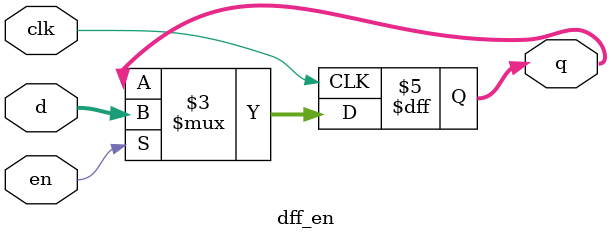
<source format=sv>
module CommMaster(snd_cmd, data, cmd, clk, rst_n, RX, TX, resp, resp_rdy, frm_sent, clr_resp_rdy);
// Inputs / Outputs for CommMaster
input [7:0] cmd;
input snd_cmd, RX, clk, rst_n, clr_resp_rdy;
input [15:0] data;

output logic [7:0] resp;
output logic resp_rdy, TX, frm_sent;

logic [7:0] high_byte, med_byte, low_byte, tx_data;

////////////////////////////////////////////////////////////////////////////////
// Inputs / Outputs for FSM
////////////////////////////////////////////////////////////////////////////////
// Inputs
logic snd_frm, tx_done;
// Outputs
logic [1:0] sel;
logic set_cmplt;
logic clr_cmplt;
logic trmt;
// enumeration for states for state machine
typedef enum reg [1:0] {IDLE, WAITH, WAITM, WAITL} state_fsm;   
// two states of curr_state and next_state
state_fsm curr_state, next_state;		
////////////////////////////////////////////////////////////////////////////////
// LOGIC OUTSIDE OF CONTROL STATE MACHINE / UART TRANCEIVER
////////////////////////////////////////////////////////////////////////////////

// Assign byte values to be used in Mux. 
assign high_byte = cmd[7:0];
dff_en med_dff(clk, snd_cmd, data[15:8], med_byte);
dff_en low_dff(clk, snd_cmd, data[7:0], low_byte);

// Assign byte for output value of Mux
assign tx_data = sel[1] ? high_byte : (sel[0] ? med_byte : low_byte);



		
///////////////////////////////////////////////////////////////////////////
// Instantiate UART Tranceiver
///////////////////////////////////////////////////////////////////////////	
// need clr_resp_rdy -> clr_rx_rdy(clr_rdy)
UART iTCR(.clk(clk),.rst_n(rst_n),.RX(RX),.TX(TX),.rdy(resp_rdy),.clr_rdy(clr_resp_rdy),.rx_data(resp),.trmt(trmt),.tx_data(tx_data),.tx_done(tx_done));


// STATE MACHINE ///////////////////////////////////////////////////////////////
////////////////////////////////////////////////////////////////////////////////

// snd_cmd is signal used for state machine snd_frm
assign snd_frm = snd_cmd;

// FSM FLIP FLOP FOR STATE CHANGES
  	always @(posedge clk, negedge rst_n)begin
   		 if(!rst_n)
     			curr_state <= IDLE;
  		 else
      			curr_state <= next_state;
	end

////////////////////////////////////////////////////////////////////////////////
// FSM
////////////////////////////////////////////////////////////////////////////////
	always_comb begin 
	// Initialize Values for Output
   	sel[1:0] = 2'b10;
	trmt = 0;
	set_cmplt = 0;
	clr_cmplt = 0;
  

    	  case(curr_state)
		// IDLE STATE: 
     		IDLE: 
			// If snd_frm is asserted, then clr_cmplt and move to next state to send frame
			if(snd_frm) begin
				clr_cmplt = 1;
				trmt = 1;
       			 	next_state = WAITH;
     		 	end

		// WAITH STATE:
     		WAITH: 
			// Wait until transmit is complete
			if (!tx_done) begin 
				next_state = WAITH;
     			end 
			
			// Else, trans. done, send to next state and select correct byte
			else begin 
       				sel = 2'b01;
				trmt = 1;
				next_state = WAITM;
    			end

		// WAITM STATE:
		WAITM:
			// Wait until transmit of last byte is complete
			if (!tx_done) begin
				next_state = WAITM;
			end 
			
			// Else, trans. done, send to next state and select correct byte	
			else begin  
				sel = 2'b00;
				trmt = 1;
				next_state = WAITL;
     			end

		// WAITL STATE:
		WAITL:
			// Wait until transmit of last byte is complete
			if (!tx_done) begin
				next_state = WAITL;
			end 
			
			// Else, trans. done, send to next state and select correct byte	
			else begin  
				//sel = 2'b10; TODO is this necessary
				set_cmplt = 1;
				next_state = IDLE;
     			end

		// DEFAULT: next_state is START
		default: next_state = IDLE;

   	   endcase
  	end
	//FLIP FLOP for frm_sent output signal 
	always@(posedge clk, negedge rst_n)begin
		if(!rst_n) 
			frm_sent <= 0;
		else if(set_cmplt)
			frm_sent <= 1;
		else if(clr_cmplt)
			frm_sent <= 0;
		else
			frm_sent <= frm_sent;

	end
endmodule

////////////////////////////////////////////////////////////////////////////////
// Module for dff enable
////////////////////////////////////////////////////////////////////////////////
module dff_en (clk, en, d, q);
input clk, en;
input [7:0] d;
output logic [7:0] q;
always@(posedge clk) begin
	if(en)
 		q <= d;
	else
		q <= q;
end
endmodule
    


</source>
